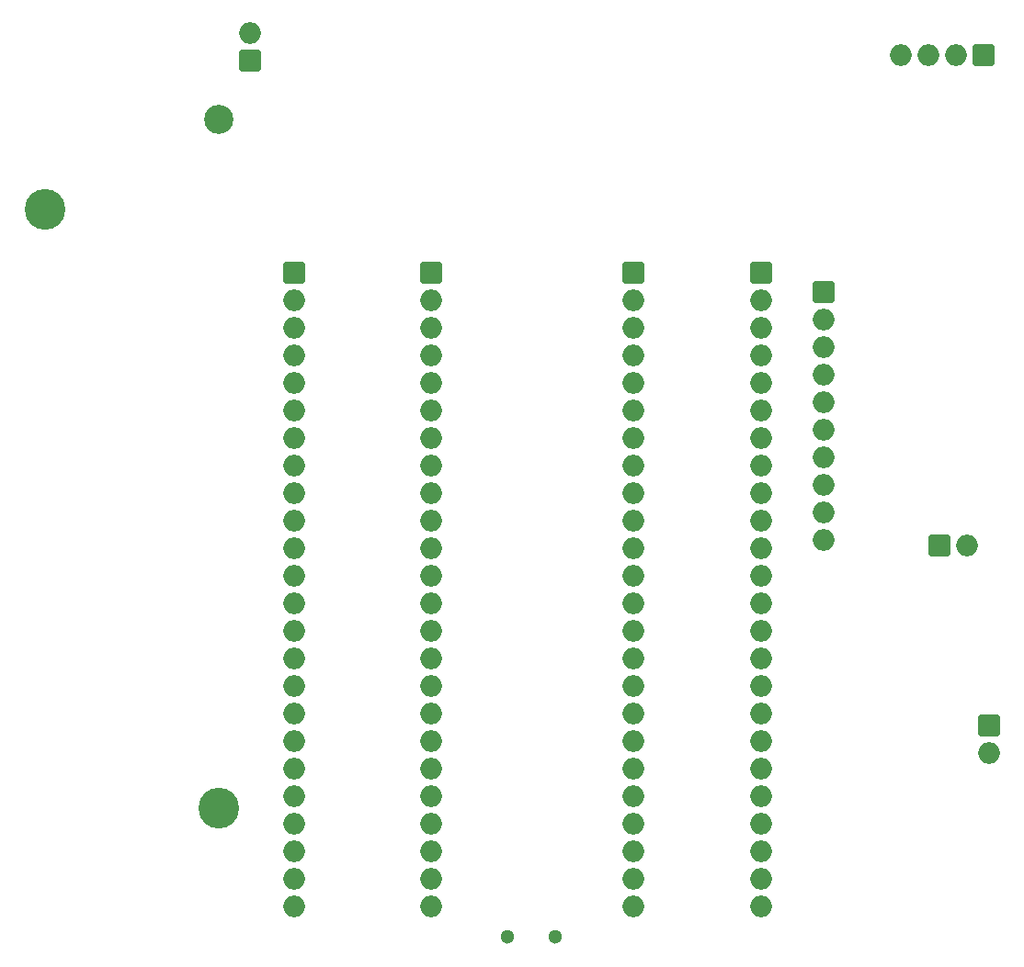
<source format=gbr>
%TF.GenerationSoftware,KiCad,Pcbnew,7.0.1-0*%
%TF.CreationDate,2023-04-13T21:49:40+02:00*%
%TF.ProjectId,Main,4d61696e-2e6b-4696-9361-645f70636258,V01*%
%TF.SameCoordinates,Original*%
%TF.FileFunction,Soldermask,Bot*%
%TF.FilePolarity,Negative*%
%FSLAX46Y46*%
G04 Gerber Fmt 4.6, Leading zero omitted, Abs format (unit mm)*
G04 Created by KiCad (PCBNEW 7.0.1-0) date 2023-04-13 21:49:40*
%MOMM*%
%LPD*%
G01*
G04 APERTURE LIST*
G04 Aperture macros list*
%AMRoundRect*
0 Rectangle with rounded corners*
0 $1 Rounding radius*
0 $2 $3 $4 $5 $6 $7 $8 $9 X,Y pos of 4 corners*
0 Add a 4 corners polygon primitive as box body*
4,1,4,$2,$3,$4,$5,$6,$7,$8,$9,$2,$3,0*
0 Add four circle primitives for the rounded corners*
1,1,$1+$1,$2,$3*
1,1,$1+$1,$4,$5*
1,1,$1+$1,$6,$7*
1,1,$1+$1,$8,$9*
0 Add four rect primitives between the rounded corners*
20,1,$1+$1,$2,$3,$4,$5,0*
20,1,$1+$1,$4,$5,$6,$7,0*
20,1,$1+$1,$6,$7,$8,$9,0*
20,1,$1+$1,$8,$9,$2,$3,0*%
G04 Aperture macros list end*
%ADD10RoundRect,0.150000X-0.850000X-0.850000X0.850000X-0.850000X0.850000X0.850000X-0.850000X0.850000X0*%
%ADD11O,2.000000X2.000000*%
%ADD12C,2.690000*%
%ADD13C,3.750000*%
%ADD14RoundRect,0.150000X0.850000X0.850000X-0.850000X0.850000X-0.850000X-0.850000X0.850000X-0.850000X0*%
%ADD15RoundRect,0.150000X-0.850000X0.850000X-0.850000X-0.850000X0.850000X-0.850000X0.850000X0.850000X0*%
%ADD16RoundRect,0.150000X0.850000X-0.850000X0.850000X0.850000X-0.850000X0.850000X-0.850000X-0.850000X0*%
%ADD17C,1.300000*%
G04 APERTURE END LIST*
D10*
%TO.C,J13*%
X184350000Y-111075000D03*
D11*
X184350000Y-113615000D03*
%TD*%
%TO.C,J3-Left1*%
X120400000Y-127780000D03*
X120400000Y-125240000D03*
X120400000Y-122700000D03*
X120400000Y-120160000D03*
X120400000Y-117620000D03*
X120400000Y-115080000D03*
X120400000Y-112540000D03*
X120400000Y-110000000D03*
X120400000Y-107460000D03*
X120400000Y-104920000D03*
X120400000Y-102380000D03*
X120400000Y-99840000D03*
X120400000Y-97300000D03*
X120400000Y-94760000D03*
X120400000Y-92220000D03*
X120400000Y-89680000D03*
X120400000Y-87140000D03*
X120400000Y-84600000D03*
X120400000Y-82060000D03*
X120400000Y-79520000D03*
X120400000Y-76980000D03*
X120400000Y-74440000D03*
X120400000Y-71900000D03*
D10*
X120400000Y-69360000D03*
%TD*%
D12*
%TO.C,BT1*%
X113410000Y-55180000D03*
D13*
X97410000Y-63510000D03*
X113410000Y-118710000D03*
%TD*%
D10*
%TO.C,J6-Right1*%
X163400000Y-69340000D03*
D11*
X163400000Y-71880000D03*
X163400000Y-74420000D03*
X163400000Y-76960000D03*
X163400000Y-79500000D03*
X163400000Y-82040000D03*
X163400000Y-84580000D03*
X163400000Y-87120000D03*
X163400000Y-89660000D03*
X163400000Y-92200000D03*
X163400000Y-94740000D03*
X163400000Y-97280000D03*
X163400000Y-99820000D03*
X163400000Y-102360000D03*
X163400000Y-104900000D03*
X163400000Y-107440000D03*
X163400000Y-109980000D03*
X163400000Y-112520000D03*
X163400000Y-115060000D03*
X163400000Y-117600000D03*
X163400000Y-120140000D03*
X163400000Y-122680000D03*
X163400000Y-125220000D03*
X163400000Y-127760000D03*
%TD*%
%TO.C,J2*%
X116332000Y-47244000D03*
D14*
X116332000Y-49784000D03*
%TD*%
D15*
%TO.C,J8*%
X183896000Y-49276000D03*
D11*
X181356000Y-49276000D03*
X178816000Y-49276000D03*
X176276000Y-49276000D03*
%TD*%
D16*
%TO.C,J9*%
X179832000Y-94488000D03*
D11*
X182372000Y-94488000D03*
%TD*%
D10*
%TO.C,J4-Left1*%
X133020000Y-69340000D03*
D11*
X133020000Y-71880000D03*
X133020000Y-74420000D03*
X133020000Y-76960000D03*
X133020000Y-79500000D03*
X133020000Y-82040000D03*
X133020000Y-84580000D03*
X133020000Y-87120000D03*
X133020000Y-89660000D03*
X133020000Y-92200000D03*
X133020000Y-94740000D03*
X133020000Y-97280000D03*
X133020000Y-99820000D03*
X133020000Y-102360000D03*
X133020000Y-104900000D03*
X133020000Y-107440000D03*
X133020000Y-109980000D03*
X133020000Y-112520000D03*
X133020000Y-115060000D03*
X133020000Y-117600000D03*
X133020000Y-120140000D03*
X133020000Y-122680000D03*
X133020000Y-125220000D03*
X133020000Y-127760000D03*
%TD*%
D17*
%TO.C,J1*%
X140040000Y-130556000D03*
X144440000Y-130556000D03*
%TD*%
D10*
%TO.C,J7*%
X169164000Y-71120000D03*
D11*
X169164000Y-73660000D03*
X169164000Y-76200000D03*
X169164000Y-78740000D03*
X169164000Y-81280000D03*
X169164000Y-83820000D03*
X169164000Y-86360000D03*
X169164000Y-88900000D03*
X169164000Y-91440000D03*
X169164000Y-93980000D03*
%TD*%
D10*
%TO.C,J5-Right1*%
X151600000Y-69340000D03*
D11*
X151600000Y-71880000D03*
X151600000Y-74420000D03*
X151600000Y-76960000D03*
X151600000Y-79500000D03*
X151600000Y-82040000D03*
X151600000Y-84580000D03*
X151600000Y-87120000D03*
X151600000Y-89660000D03*
X151600000Y-92200000D03*
X151600000Y-94740000D03*
X151600000Y-97280000D03*
X151600000Y-99820000D03*
X151600000Y-102360000D03*
X151600000Y-104900000D03*
X151600000Y-107440000D03*
X151600000Y-109980000D03*
X151600000Y-112520000D03*
X151600000Y-115060000D03*
X151600000Y-117600000D03*
X151600000Y-120140000D03*
X151600000Y-122680000D03*
X151600000Y-125220000D03*
X151600000Y-127760000D03*
%TD*%
M02*

</source>
